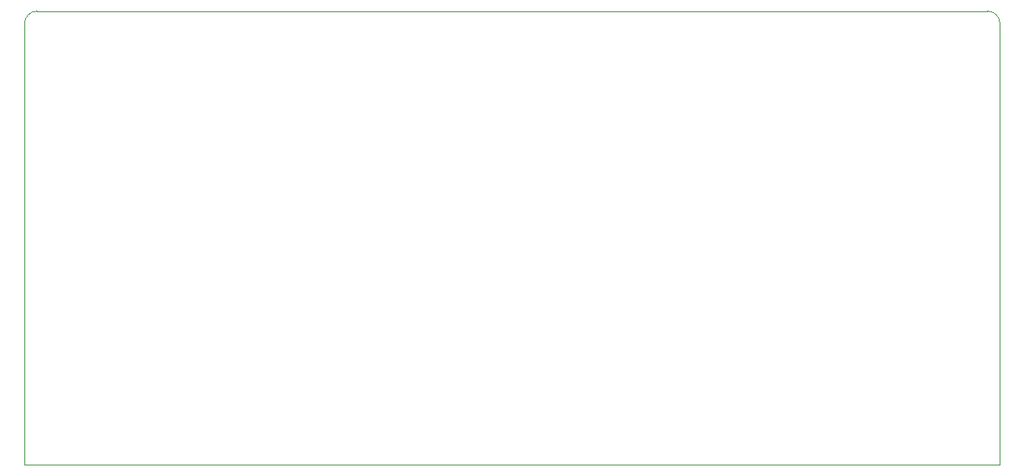
<source format=gbr>
G04 #@! TF.GenerationSoftware,KiCad,Pcbnew,(5.1.0-0)*
G04 #@! TF.CreationDate,2019-12-21T21:05:15-08:00*
G04 #@! TF.ProjectId,SerialCard,53657269-616c-4436-9172-642e6b696361,rev?*
G04 #@! TF.SameCoordinates,Original*
G04 #@! TF.FileFunction,Profile,NP*
%FSLAX46Y46*%
G04 Gerber Fmt 4.6, Leading zero omitted, Abs format (unit mm)*
G04 Created by KiCad (PCBNEW (5.1.0-0)) date 2019-12-21 21:05:15*
%MOMM*%
%LPD*%
G04 APERTURE LIST*
%ADD10C,0.050000*%
G04 APERTURE END LIST*
D10*
X163830000Y-90170000D02*
G75*
G02X165100000Y-91440000I0J-1270000D01*
G01*
X63500000Y-91440000D02*
G75*
G02X64770000Y-90170000I1270000J0D01*
G01*
X63500000Y-91440000D02*
X63500000Y-137414000D01*
X163830000Y-90170000D02*
X64770000Y-90170000D01*
X165100000Y-137414000D02*
X165100000Y-91440000D01*
X63500000Y-137414000D02*
X165100000Y-137414000D01*
M02*

</source>
